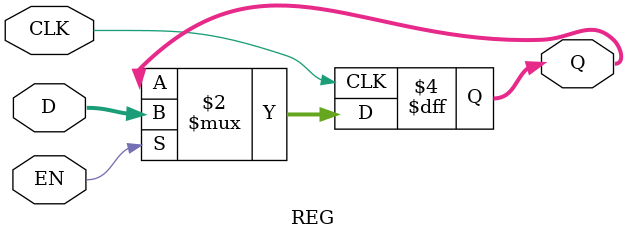
<source format=sv>
/***************************************************************************
ECE 526/L
Experiment 6: Sum of products
Developer: Joel Bailey
****************************************************************************
File Name: RESISTER.sv
Date Created: 20201019
Date Last Modified: 20201022

Module Purpose: 
D-FF NO RESET
***************************************************************************/
`timescale 1 ns / 100 ps

module REG(CLK, EN, D, Q);
parameter WIDTH = 4;

    input CLK, EN;
    input [WIDTH - 1 : 0] D;
    output reg [WIDTH - 1 : 0] Q;

    always @(posedge CLK) begin
        if (EN)
            Q <= D;
    end

endmodule
</source>
